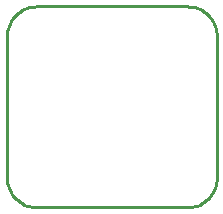
<source format=gbr>
G04 EAGLE Gerber RS-274X export*
G75*
%MOMM*%
%FSLAX34Y34*%
%LPD*%
%IN*%
%IPPOS*%
%AMOC8*
5,1,8,0,0,1.08239X$1,22.5*%
G01*
%ADD10C,0.254000*%


D10*
X0Y25400D02*
X97Y23186D01*
X386Y20989D01*
X865Y18826D01*
X1532Y16713D01*
X2380Y14666D01*
X3403Y12700D01*
X4594Y10831D01*
X5942Y9073D01*
X7440Y7440D01*
X9073Y5942D01*
X10831Y4594D01*
X12700Y3403D01*
X14666Y2380D01*
X16713Y1532D01*
X18826Y865D01*
X20989Y386D01*
X23186Y97D01*
X25400Y0D01*
X152400Y0D01*
X154614Y97D01*
X156811Y386D01*
X158974Y865D01*
X161087Y1532D01*
X163135Y2380D01*
X165100Y3403D01*
X166969Y4594D01*
X168727Y5942D01*
X170361Y7440D01*
X171858Y9073D01*
X173206Y10831D01*
X174397Y12700D01*
X175420Y14666D01*
X176268Y16713D01*
X176935Y18826D01*
X177414Y20989D01*
X177703Y23186D01*
X177800Y25400D01*
X177800Y144780D01*
X177703Y146994D01*
X177414Y149191D01*
X176935Y151354D01*
X176268Y153467D01*
X175420Y155515D01*
X174397Y157480D01*
X173206Y159349D01*
X171858Y161107D01*
X170361Y162741D01*
X168727Y164238D01*
X166969Y165586D01*
X165100Y166777D01*
X163135Y167800D01*
X161087Y168648D01*
X158974Y169315D01*
X156811Y169794D01*
X154614Y170083D01*
X152400Y170180D01*
X25400Y170180D01*
X23186Y170083D01*
X20989Y169794D01*
X18826Y169315D01*
X16713Y168648D01*
X14666Y167800D01*
X12700Y166777D01*
X10831Y165586D01*
X9073Y164238D01*
X7440Y162741D01*
X5942Y161107D01*
X4594Y159349D01*
X3403Y157480D01*
X2380Y155515D01*
X1532Y153467D01*
X865Y151354D01*
X386Y149191D01*
X97Y146994D01*
X0Y144780D01*
X0Y25400D01*
M02*

</source>
